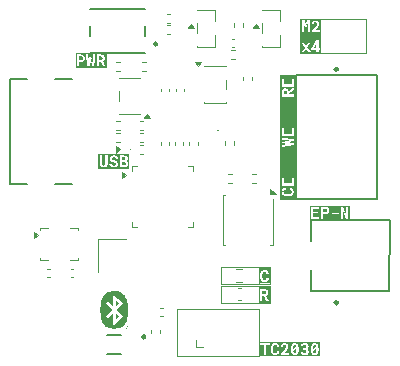
<source format=gto>
%TF.GenerationSoftware,KiCad,Pcbnew,9.0.5*%
%TF.CreationDate,2026-01-28T11:34:24-05:00*%
%TF.ProjectId,lmp91000-pcb,6c6d7039-3130-4303-902d-7063622e6b69,rev?*%
%TF.SameCoordinates,Original*%
%TF.FileFunction,Legend,Top*%
%TF.FilePolarity,Positive*%
%FSLAX46Y46*%
G04 Gerber Fmt 4.6, Leading zero omitted, Abs format (unit mm)*
G04 Created by KiCad (PCBNEW 9.0.5) date 2026-01-28 11:34:24*
%MOMM*%
%LPD*%
G01*
G04 APERTURE LIST*
%ADD10C,0.100000*%
%ADD11C,0.200000*%
%ADD12C,0.150000*%
%ADD13C,0.120000*%
%ADD14C,0.127000*%
%ADD15C,0.250000*%
%ADD16C,0.152400*%
%ADD17C,0.000000*%
%ADD18C,0.250001*%
G04 APERTURE END LIST*
D10*
X45500000Y-58000000D02*
X52500000Y-58000000D01*
X52500000Y-62000000D01*
X45500000Y-62000000D01*
X45500000Y-58000000D01*
X55950000Y-33500000D02*
X61500000Y-33500000D01*
X61500000Y-36400000D01*
X55950000Y-36400000D01*
X55950000Y-33500000D01*
X52450000Y-56150000D02*
X52450000Y-57500000D01*
X52450000Y-56200000D02*
X53400000Y-56200000D01*
X52450000Y-54500000D02*
X52450000Y-55900000D01*
D11*
X54300000Y-48650000D02*
X55500000Y-48650000D01*
D10*
X40648567Y-44501433D02*
X40348567Y-44801433D01*
X40348567Y-44201433D01*
X40648567Y-44501433D01*
G36*
X40648567Y-44501433D02*
G01*
X40348567Y-44801433D01*
X40348567Y-44201433D01*
X40648567Y-44501433D01*
G37*
D11*
X54300000Y-38350000D02*
X55500000Y-38350000D01*
D10*
X52500000Y-57450000D02*
X53350000Y-57450000D01*
X54250000Y-38250000D02*
X55550000Y-38250000D01*
X55550000Y-48750000D01*
X54250000Y-48750000D01*
X54250000Y-38250000D01*
X52450000Y-54600000D02*
X53350000Y-54600000D01*
X49200000Y-54500000D02*
X53400000Y-54500000D01*
X53400000Y-55900000D01*
X49200000Y-55900000D01*
X49200000Y-54500000D01*
X49200000Y-56100000D02*
X53400000Y-56100000D01*
X53400000Y-57500000D01*
X49200000Y-57500000D01*
X49200000Y-56100000D01*
D12*
G36*
X55630315Y-61421683D02*
G01*
X55630315Y-61454778D01*
X55630315Y-61570244D01*
X55628013Y-61623714D01*
X55621767Y-61666231D01*
X55610600Y-61704426D01*
X55596121Y-61732848D01*
X55577505Y-61754420D01*
X55555150Y-61769363D01*
X55529238Y-61778219D01*
X55498485Y-61781331D01*
X55465286Y-61777743D01*
X55438340Y-61767653D01*
X55415602Y-61750714D01*
X55396697Y-61726010D01*
X55384352Y-61700862D01*
X55374471Y-61667941D01*
X55368370Y-61631749D01*
X55365251Y-61588012D01*
X55630315Y-61391275D01*
X55630315Y-61421683D01*
G37*
G36*
X55524812Y-61067114D02*
G01*
X55548677Y-61073942D01*
X55569765Y-61085644D01*
X55587267Y-61102336D01*
X55604747Y-61129125D01*
X55618347Y-61166205D01*
X55626376Y-61208226D01*
X55630315Y-61262131D01*
X55365251Y-61459602D01*
X55365251Y-61427484D01*
X55365251Y-61383764D01*
X55365251Y-61273794D01*
X55367559Y-61220313D01*
X55373799Y-61178112D01*
X55385146Y-61140352D01*
X55400116Y-61112533D01*
X55418621Y-61091484D01*
X55440722Y-61076690D01*
X55466325Y-61067845D01*
X55497081Y-61064722D01*
X55524812Y-61067114D01*
G37*
G36*
X57308752Y-61421683D02*
G01*
X57308752Y-61454778D01*
X57308752Y-61570244D01*
X57306450Y-61623714D01*
X57300204Y-61666231D01*
X57289037Y-61704426D01*
X57274558Y-61732848D01*
X57255942Y-61754420D01*
X57233586Y-61769363D01*
X57207675Y-61778219D01*
X57176922Y-61781331D01*
X57143723Y-61777743D01*
X57116777Y-61767653D01*
X57094038Y-61750714D01*
X57075134Y-61726010D01*
X57062789Y-61700862D01*
X57052908Y-61667941D01*
X57046807Y-61631749D01*
X57043688Y-61588012D01*
X57308752Y-61391275D01*
X57308752Y-61421683D01*
G37*
G36*
X57203249Y-61067114D02*
G01*
X57227114Y-61073942D01*
X57248202Y-61085644D01*
X57265704Y-61102336D01*
X57283184Y-61129125D01*
X57296784Y-61166205D01*
X57304813Y-61208226D01*
X57308752Y-61262131D01*
X57043688Y-61459602D01*
X57043688Y-61427484D01*
X57043688Y-61383764D01*
X57043688Y-61273794D01*
X57045995Y-61220313D01*
X57052236Y-61178112D01*
X57063582Y-61140352D01*
X57078553Y-61112533D01*
X57097058Y-61091484D01*
X57119159Y-61076690D01*
X57144762Y-61067845D01*
X57175518Y-61064722D01*
X57203249Y-61067114D01*
G37*
G36*
X57611105Y-62045460D02*
G01*
X52467329Y-62045460D01*
X52467329Y-61081819D01*
X52578440Y-61081819D01*
X52881057Y-61081819D01*
X52881057Y-61920000D01*
X53073703Y-61920000D01*
X53073703Y-61356409D01*
X53453196Y-61356409D01*
X53453196Y-61490315D01*
X53455900Y-61553569D01*
X53463759Y-61611948D01*
X53476902Y-61667692D01*
X53494167Y-61717095D01*
X53517124Y-61763121D01*
X53544359Y-61804534D01*
X53576410Y-61841438D01*
X53612381Y-61872189D01*
X53656323Y-61898559D01*
X53706292Y-61918290D01*
X53760041Y-61930217D01*
X53820048Y-61934349D01*
X53895653Y-61928434D01*
X53962076Y-61911451D01*
X54022421Y-61883373D01*
X54072779Y-61846238D01*
X54114316Y-61799749D01*
X54146906Y-61743778D01*
X54168582Y-61680956D01*
X54179330Y-61608468D01*
X53987355Y-61608468D01*
X53981985Y-61651712D01*
X53972334Y-61685710D01*
X53957515Y-61715377D01*
X53938872Y-61738283D01*
X53915681Y-61755943D01*
X53887643Y-61768386D01*
X53856471Y-61775423D01*
X53820048Y-61777911D01*
X53769124Y-61771439D01*
X53747245Y-61763088D01*
X53727786Y-61751289D01*
X53697377Y-61720514D01*
X53674541Y-61678199D01*
X53662958Y-61641594D01*
X53654330Y-61596561D01*
X53649574Y-61548183D01*
X53647857Y-61490315D01*
X53647857Y-61355066D01*
X53651948Y-61273428D01*
X53664954Y-61204063D01*
X53678820Y-61165583D01*
X53696034Y-61133415D01*
X53717960Y-61106198D01*
X53743539Y-61086582D01*
X53779382Y-61072294D01*
X53821392Y-61067470D01*
X53862023Y-61070494D01*
X53894115Y-61078766D01*
X53922295Y-61092817D01*
X53945040Y-61111861D01*
X53962217Y-61136586D01*
X53975387Y-61167915D01*
X53983833Y-61202906D01*
X53988759Y-61245767D01*
X54180001Y-61245767D01*
X54178482Y-61236181D01*
X54286247Y-61236181D01*
X54476817Y-61236181D01*
X54479514Y-61197201D01*
X54487076Y-61164495D01*
X54499974Y-61135189D01*
X54517178Y-61111861D01*
X54538474Y-61094066D01*
X54565294Y-61080842D01*
X54595746Y-61073018D01*
X54632583Y-61070218D01*
X54661065Y-61072685D01*
X54686195Y-61079804D01*
X54708950Y-61091456D01*
X54728204Y-61107098D01*
X54743254Y-61127159D01*
X54754827Y-61151489D01*
X54761900Y-61178605D01*
X54764413Y-61210901D01*
X54757208Y-61257430D01*
X54734371Y-61308599D01*
X54691995Y-61370087D01*
X54628492Y-61444520D01*
X54306763Y-61790184D01*
X54306763Y-61920000D01*
X54985087Y-61920000D01*
X54985087Y-61767653D01*
X54548564Y-61767653D01*
X54735776Y-61569572D01*
X54823886Y-61474256D01*
X54861405Y-61428421D01*
X54892152Y-61385108D01*
X54917270Y-61340632D01*
X54932591Y-61303836D01*
X55173948Y-61303836D01*
X55173948Y-61541545D01*
X55176974Y-61588012D01*
X55180009Y-61634631D01*
X55196845Y-61711355D01*
X55225306Y-61779986D01*
X55262119Y-61833904D01*
X55308353Y-61877624D01*
X55363846Y-61909070D01*
X55426475Y-61927820D01*
X55498485Y-61934349D01*
X55571021Y-61927805D01*
X55633674Y-61909070D01*
X55689229Y-61877623D01*
X55735523Y-61833904D01*
X55771599Y-61780022D01*
X55799331Y-61711355D01*
X55812508Y-61649501D01*
X55982452Y-61649501D01*
X55985810Y-61697092D01*
X55995402Y-61738683D01*
X56010785Y-61775225D01*
X56044000Y-61824017D01*
X56086317Y-61863274D01*
X56136316Y-61894085D01*
X56193845Y-61916275D01*
X56255040Y-61929318D01*
X56317859Y-61933677D01*
X56389987Y-61928688D01*
X56455490Y-61914199D01*
X56515763Y-61889811D01*
X56565826Y-61857168D01*
X56607224Y-61815981D01*
X56638916Y-61765638D01*
X56658700Y-61708273D01*
X56665600Y-61641257D01*
X56663161Y-61602368D01*
X56656013Y-61566153D01*
X56643837Y-61531898D01*
X56626643Y-61500573D01*
X56604390Y-61472989D01*
X56576390Y-61448000D01*
X56543868Y-61427151D01*
X56504338Y-61409715D01*
X56538159Y-61390777D01*
X56567170Y-61369049D01*
X56592505Y-61344145D01*
X56612965Y-61317513D01*
X56620662Y-61303836D01*
X56852384Y-61303836D01*
X56852384Y-61541545D01*
X56855410Y-61588012D01*
X56858445Y-61634631D01*
X56875282Y-61711355D01*
X56903743Y-61779986D01*
X56940556Y-61833904D01*
X56986790Y-61877624D01*
X57042283Y-61909070D01*
X57104911Y-61927820D01*
X57176922Y-61934349D01*
X57249458Y-61927805D01*
X57312110Y-61909070D01*
X57367666Y-61877623D01*
X57413960Y-61833904D01*
X57450036Y-61780022D01*
X57477768Y-61711355D01*
X57494106Y-61634665D01*
X57499994Y-61541545D01*
X57499994Y-61303836D01*
X57494026Y-61210739D01*
X57477463Y-61134087D01*
X57449466Y-61065239D01*
X57413227Y-61010744D01*
X57366491Y-60967586D01*
X57310767Y-60936311D01*
X57248107Y-60917578D01*
X57175518Y-60911032D01*
X57103610Y-60917568D01*
X57041306Y-60936311D01*
X56986004Y-60967590D01*
X56939823Y-61010744D01*
X56903093Y-61065286D01*
X56874916Y-61134087D01*
X56858352Y-61210739D01*
X56854310Y-61273794D01*
X56852384Y-61303836D01*
X56620662Y-61303836D01*
X56629230Y-61288611D01*
X56640931Y-61258407D01*
X56648128Y-61227020D01*
X56650518Y-61195209D01*
X56644182Y-61128344D01*
X56626277Y-61072599D01*
X56597061Y-61023704D01*
X56558316Y-60983450D01*
X56510991Y-60952707D01*
X56453108Y-60929839D01*
X56389736Y-60916398D01*
X56317859Y-60911704D01*
X56251124Y-60916777D01*
X56190425Y-60931549D01*
X56134581Y-60955611D01*
X56087660Y-60986870D01*
X56048554Y-61026589D01*
X56018967Y-61072965D01*
X56000417Y-61124942D01*
X55994054Y-61183607D01*
X56183953Y-61183607D01*
X56186762Y-61157284D01*
X56194883Y-61134392D01*
X56207848Y-61114106D01*
X56224986Y-61096840D01*
X56244785Y-61083668D01*
X56268339Y-61073637D01*
X56293905Y-61067500D01*
X56321950Y-61065394D01*
X56355524Y-61067928D01*
X56383072Y-61074980D01*
X56407485Y-61086676D01*
X56426486Y-61101603D01*
X56441363Y-61120895D01*
X56452070Y-61143674D01*
X56458411Y-61168754D01*
X56460619Y-61197285D01*
X56458426Y-61226588D01*
X56452070Y-61252972D01*
X56441290Y-61276840D01*
X56426486Y-61296325D01*
X56405653Y-61314206D01*
X56378309Y-61328077D01*
X56346959Y-61336359D01*
X56307601Y-61339373D01*
X56204469Y-61339373D01*
X56204469Y-61486896D01*
X56307601Y-61486896D01*
X56345420Y-61489232D01*
X56377637Y-61495811D01*
X56406923Y-61507236D01*
X56431249Y-61523105D01*
X56450381Y-61543880D01*
X56464710Y-61570244D01*
X56473256Y-61600677D01*
X56476372Y-61639242D01*
X56473794Y-61670340D01*
X56466420Y-61697311D01*
X56454112Y-61721383D01*
X56437416Y-61741031D01*
X56415506Y-61758239D01*
X56388201Y-61771072D01*
X56357660Y-61778655D01*
X56321950Y-61781331D01*
X56290075Y-61778784D01*
X56261805Y-61771439D01*
X56236130Y-61759395D01*
X56214727Y-61743778D01*
X56196599Y-61724884D01*
X56183281Y-61702440D01*
X56175135Y-61677332D01*
X56172351Y-61649501D01*
X55982452Y-61649501D01*
X55812508Y-61649501D01*
X55815669Y-61634665D01*
X55821557Y-61541545D01*
X55821557Y-61303836D01*
X55815589Y-61210739D01*
X55799026Y-61134087D01*
X55771029Y-61065239D01*
X55734790Y-61010744D01*
X55688054Y-60967586D01*
X55632330Y-60936311D01*
X55569670Y-60917578D01*
X55497081Y-60911032D01*
X55425174Y-60917568D01*
X55362869Y-60936311D01*
X55307567Y-60967590D01*
X55261386Y-61010744D01*
X55224656Y-61065286D01*
X55196479Y-61134087D01*
X55179915Y-61210739D01*
X55175874Y-61273794D01*
X55173948Y-61303836D01*
X54932591Y-61303836D01*
X54935566Y-61296692D01*
X54947071Y-61251042D01*
X54950954Y-61202719D01*
X54945668Y-61139738D01*
X54930437Y-61084200D01*
X54905143Y-61034138D01*
X54871025Y-60992304D01*
X54827428Y-60958785D01*
X54772962Y-60932892D01*
X54711920Y-60917273D01*
X54638750Y-60911704D01*
X54561900Y-60918310D01*
X54494220Y-60937349D01*
X54433235Y-60968041D01*
X54383272Y-61007325D01*
X54342101Y-61055443D01*
X54311526Y-61110884D01*
X54292614Y-61171495D01*
X54286247Y-61236181D01*
X54178482Y-61236181D01*
X54168078Y-61170539D01*
X54147212Y-61105755D01*
X54116138Y-61047833D01*
X54076198Y-61000547D01*
X54026960Y-60962809D01*
X53967205Y-60934296D01*
X53900534Y-60917126D01*
X53821392Y-60911032D01*
X53767238Y-60914628D01*
X53717894Y-60925076D01*
X53671443Y-60942161D01*
X53629417Y-60965010D01*
X53586943Y-60998965D01*
X53548817Y-61040176D01*
X53516928Y-61087232D01*
X53491420Y-61141231D01*
X53474855Y-61189084D01*
X53462721Y-61242042D01*
X53455628Y-61297162D01*
X53453196Y-61356409D01*
X53073703Y-61356409D01*
X53073703Y-61081819D01*
X53380411Y-61081819D01*
X53380411Y-60925382D01*
X52578440Y-60925382D01*
X52578440Y-61081819D01*
X52467329Y-61081819D01*
X52467329Y-60799921D01*
X57611105Y-60799921D01*
X57611105Y-62045460D01*
G37*
G36*
X58092043Y-49544588D02*
G01*
X58123814Y-49554153D01*
X58151693Y-49569649D01*
X58174372Y-49589630D01*
X58191583Y-49613877D01*
X58204048Y-49642264D01*
X58211454Y-49673119D01*
X58214001Y-49707110D01*
X58211498Y-49736685D01*
X58204048Y-49764874D01*
X58191659Y-49790956D01*
X58174372Y-49813722D01*
X58151778Y-49832450D01*
X58123814Y-49847184D01*
X58092087Y-49856202D01*
X58052739Y-49859457D01*
X57904545Y-49859457D01*
X57904545Y-49541147D01*
X58052739Y-49541147D01*
X58092043Y-49544588D01*
G37*
G36*
X60145637Y-50491111D02*
G01*
X56760897Y-50491111D01*
X56760897Y-50380000D01*
X56872008Y-50380000D01*
X57542150Y-50380000D01*
X57542150Y-50224905D01*
X57064594Y-50224905D01*
X57064594Y-49944148D01*
X57473151Y-49944148D01*
X57473151Y-49859457D01*
X57712570Y-49859457D01*
X57712570Y-50380000D01*
X57904545Y-50380000D01*
X59373238Y-50380000D01*
X59566557Y-50380000D01*
X59566557Y-49738557D01*
X59843223Y-50380000D01*
X60034526Y-50380000D01*
X60034526Y-49385382D01*
X59841879Y-49385382D01*
X59841208Y-50024077D01*
X59566557Y-49385382D01*
X59373238Y-49385382D01*
X59373238Y-50380000D01*
X57904545Y-50380000D01*
X57904545Y-50017971D01*
X58642647Y-50017971D01*
X59211672Y-50017971D01*
X59211672Y-49864220D01*
X58642647Y-49864220D01*
X58642647Y-50017971D01*
X57904545Y-50017971D01*
X57904545Y-50015223D01*
X58052739Y-50015223D01*
X58131567Y-50009193D01*
X58199651Y-49992020D01*
X58261192Y-49963722D01*
X58311637Y-49927112D01*
X58352183Y-49882211D01*
X58382345Y-49829415D01*
X58400958Y-49770720D01*
X58407319Y-49705767D01*
X58400894Y-49636333D01*
X58382345Y-49575280D01*
X58352115Y-49520494D01*
X58311637Y-49474164D01*
X58261202Y-49437486D01*
X58199651Y-49408951D01*
X58131549Y-49391503D01*
X58052739Y-49385382D01*
X57712570Y-49385382D01*
X57712570Y-49859457D01*
X57473151Y-49859457D01*
X57473151Y-49792534D01*
X57064594Y-49792534D01*
X57064594Y-49541819D01*
X57540074Y-49541819D01*
X57540074Y-49385382D01*
X56872008Y-49385382D01*
X56872008Y-50380000D01*
X56760897Y-50380000D01*
X56760897Y-49274271D01*
X60145637Y-49274271D01*
X60145637Y-50491111D01*
G37*
G36*
X37422433Y-36644588D02*
G01*
X37454205Y-36654153D01*
X37482084Y-36669649D01*
X37504763Y-36689630D01*
X37521974Y-36713877D01*
X37534438Y-36742264D01*
X37541845Y-36773119D01*
X37544391Y-36807110D01*
X37541889Y-36836685D01*
X37534438Y-36864874D01*
X37522050Y-36890956D01*
X37504763Y-36913722D01*
X37482168Y-36932450D01*
X37454205Y-36947184D01*
X37422477Y-36956202D01*
X37383130Y-36959457D01*
X37234936Y-36959457D01*
X37234936Y-36641147D01*
X37383130Y-36641147D01*
X37422433Y-36644588D01*
G37*
G36*
X39080792Y-36643674D02*
G01*
X39112797Y-36650734D01*
X39141668Y-36662580D01*
X39164759Y-36678028D01*
X39185541Y-36700306D01*
X39200602Y-36728220D01*
X39209431Y-36760083D01*
X39212570Y-36798257D01*
X39210177Y-36830066D01*
X39203350Y-36857669D01*
X39191869Y-36882638D01*
X39176361Y-36903464D01*
X39152433Y-36924250D01*
X39121345Y-36939979D01*
X39085900Y-36949290D01*
X39043126Y-36952618D01*
X38901038Y-36952618D01*
X38901038Y-36641147D01*
X39042455Y-36641147D01*
X39080792Y-36643674D01*
G37*
G36*
X39550460Y-37591111D02*
G01*
X36931850Y-37591111D01*
X36931850Y-36959457D01*
X37042961Y-36959457D01*
X37042961Y-37480000D01*
X37234936Y-37480000D01*
X37234936Y-37115223D01*
X37383130Y-37115223D01*
X37461958Y-37109193D01*
X37530042Y-37092020D01*
X37591583Y-37063722D01*
X37642027Y-37027112D01*
X37682574Y-36982211D01*
X37712736Y-36929415D01*
X37731348Y-36870720D01*
X37737709Y-36805767D01*
X37731285Y-36736333D01*
X37712736Y-36675280D01*
X37682506Y-36620494D01*
X37642027Y-36574164D01*
X37591593Y-36537486D01*
X37530042Y-36508951D01*
X37461940Y-36491503D01*
X37383130Y-36485382D01*
X37798160Y-36485382D01*
X37934752Y-37480000D01*
X38108287Y-37480000D01*
X38191635Y-36943093D01*
X38199145Y-36892534D01*
X38206656Y-36943093D01*
X38293423Y-37480000D01*
X38466897Y-37480000D01*
X38540068Y-36952618D01*
X38709124Y-36952618D01*
X38709124Y-37480000D01*
X38901038Y-37480000D01*
X38901038Y-37108384D01*
X39046546Y-37108384D01*
X39233758Y-37480000D01*
X39439349Y-37480000D01*
X39439349Y-37471146D01*
X39225515Y-37060573D01*
X39264912Y-37040217D01*
X39299642Y-37016854D01*
X39330481Y-36989358D01*
X39356673Y-36957442D01*
X39377090Y-36922034D01*
X39392577Y-36881238D01*
X39401910Y-36836998D01*
X39405216Y-36785251D01*
X39398512Y-36714466D01*
X39379571Y-36655497D01*
X39348500Y-36603942D01*
X39306848Y-36561891D01*
X39255221Y-36529344D01*
X39192054Y-36504860D01*
X39122808Y-36490464D01*
X39042455Y-36485382D01*
X38709124Y-36485382D01*
X38709124Y-36952618D01*
X38540068Y-36952618D01*
X38604894Y-36485382D01*
X38428673Y-36485382D01*
X38361017Y-37042805D01*
X38356254Y-37084448D01*
X38350087Y-37043476D01*
X38266801Y-36485382D01*
X38129475Y-36485382D01*
X38050890Y-37039385D01*
X38044784Y-37080357D01*
X38039960Y-37041461D01*
X37973709Y-36485382D01*
X37798160Y-36485382D01*
X37383130Y-36485382D01*
X37042961Y-36485382D01*
X37042961Y-36959457D01*
X36931850Y-36959457D01*
X36931850Y-36374271D01*
X39550460Y-36374271D01*
X39550460Y-37591111D01*
G37*
G36*
X54730066Y-39552558D02*
G01*
X54757669Y-39559385D01*
X54782638Y-39570866D01*
X54803464Y-39586374D01*
X54824250Y-39610302D01*
X54839979Y-39641389D01*
X54849290Y-39676835D01*
X54852618Y-39719608D01*
X54852618Y-39861696D01*
X54541147Y-39861696D01*
X54541147Y-39720280D01*
X54543674Y-39681943D01*
X54550734Y-39649938D01*
X54562580Y-39621067D01*
X54578028Y-39597975D01*
X54600306Y-39577193D01*
X54628220Y-39562133D01*
X54660083Y-39553304D01*
X54698257Y-39550165D01*
X54730066Y-39552558D01*
G37*
G36*
X55505460Y-48592443D02*
G01*
X54259921Y-48592443D01*
X54259921Y-48113136D01*
X54371032Y-48113136D01*
X54374628Y-48167289D01*
X54385076Y-48216634D01*
X54402161Y-48263084D01*
X54425010Y-48305111D01*
X54458965Y-48347585D01*
X54500176Y-48385711D01*
X54547232Y-48417599D01*
X54601231Y-48443108D01*
X54649084Y-48459672D01*
X54702042Y-48471806D01*
X54757162Y-48478899D01*
X54816409Y-48481332D01*
X54950315Y-48481332D01*
X55013569Y-48478627D01*
X55071948Y-48470768D01*
X55127692Y-48457625D01*
X55177095Y-48440360D01*
X55223121Y-48417404D01*
X55264534Y-48390168D01*
X55301438Y-48358117D01*
X55332189Y-48322147D01*
X55358559Y-48278205D01*
X55378290Y-48228235D01*
X55390217Y-48174486D01*
X55394349Y-48114479D01*
X55388434Y-48038874D01*
X55371451Y-47972452D01*
X55343373Y-47912106D01*
X55306238Y-47861749D01*
X55259749Y-47820211D01*
X55203778Y-47787621D01*
X55140956Y-47765945D01*
X55068468Y-47755198D01*
X55068468Y-47947173D01*
X55111712Y-47952542D01*
X55145710Y-47962194D01*
X55175377Y-47977012D01*
X55198283Y-47995655D01*
X55215943Y-48018846D01*
X55228386Y-48046885D01*
X55235423Y-48078057D01*
X55237911Y-48114479D01*
X55231439Y-48165404D01*
X55223088Y-48187282D01*
X55211289Y-48206742D01*
X55180514Y-48237150D01*
X55138199Y-48259987D01*
X55101594Y-48271570D01*
X55056561Y-48280198D01*
X55008183Y-48284953D01*
X54950315Y-48286670D01*
X54815066Y-48286670D01*
X54733428Y-48282579D01*
X54664063Y-48269573D01*
X54625583Y-48255708D01*
X54593415Y-48238493D01*
X54566198Y-48216567D01*
X54546582Y-48190988D01*
X54532294Y-48155146D01*
X54527470Y-48113136D01*
X54530494Y-48072504D01*
X54538766Y-48040412D01*
X54552817Y-48012233D01*
X54571861Y-47989488D01*
X54596586Y-47972311D01*
X54627915Y-47959141D01*
X54662906Y-47950694D01*
X54705767Y-47945768D01*
X54705767Y-47754526D01*
X54630539Y-47766449D01*
X54565755Y-47787316D01*
X54507833Y-47818389D01*
X54460547Y-47858329D01*
X54422809Y-47907567D01*
X54394296Y-47967323D01*
X54377126Y-48033993D01*
X54371032Y-48113136D01*
X54259921Y-48113136D01*
X54259921Y-46927581D01*
X54385382Y-46927581D01*
X54385382Y-47595646D01*
X55380000Y-47595646D01*
X55380000Y-46925505D01*
X55224905Y-46925505D01*
X55224905Y-47403061D01*
X54944148Y-47403061D01*
X54944148Y-46994503D01*
X54792534Y-46994503D01*
X54792534Y-47403061D01*
X54541819Y-47403061D01*
X54541819Y-46927581D01*
X54385382Y-46927581D01*
X54259921Y-46927581D01*
X54259921Y-43690936D01*
X54385382Y-43690936D01*
X54942805Y-43758591D01*
X54984448Y-43763354D01*
X54943476Y-43769521D01*
X54385382Y-43852808D01*
X54385382Y-43990133D01*
X54939385Y-44068718D01*
X54980357Y-44074825D01*
X54941461Y-44079648D01*
X54385382Y-44145899D01*
X54385382Y-44321449D01*
X55380000Y-44184856D01*
X55380000Y-44011321D01*
X54843093Y-43927973D01*
X54792534Y-43920463D01*
X54843093Y-43912953D01*
X55380000Y-43826185D01*
X55380000Y-43652712D01*
X54385382Y-43514715D01*
X54385382Y-43690936D01*
X54259921Y-43690936D01*
X54259921Y-42731489D01*
X54385382Y-42731489D01*
X54385382Y-43399554D01*
X55380000Y-43399554D01*
X55380000Y-42729413D01*
X55224905Y-42729413D01*
X55224905Y-43206969D01*
X54944148Y-43206969D01*
X54944148Y-42798411D01*
X54792534Y-42798411D01*
X54792534Y-43206969D01*
X54541819Y-43206969D01*
X54541819Y-42731489D01*
X54385382Y-42731489D01*
X54259921Y-42731489D01*
X54259921Y-39720280D01*
X54385382Y-39720280D01*
X54385382Y-40053610D01*
X55380000Y-40053610D01*
X55380000Y-39861696D01*
X55008384Y-39861696D01*
X55008384Y-39716189D01*
X55380000Y-39528977D01*
X55380000Y-39323385D01*
X55371146Y-39323385D01*
X54960573Y-39537220D01*
X54940217Y-39497822D01*
X54916854Y-39463092D01*
X54889358Y-39432253D01*
X54857442Y-39406061D01*
X54822034Y-39385644D01*
X54781238Y-39370158D01*
X54736998Y-39360824D01*
X54685251Y-39357518D01*
X54614466Y-39364223D01*
X54555497Y-39383164D01*
X54503942Y-39414235D01*
X54461891Y-39455887D01*
X54429344Y-39507514D01*
X54404860Y-39570681D01*
X54390464Y-39639926D01*
X54385382Y-39720280D01*
X54259921Y-39720280D01*
X54259921Y-38535397D01*
X54385382Y-38535397D01*
X54385382Y-39203462D01*
X55380000Y-39203462D01*
X55380000Y-38533321D01*
X55224905Y-38533321D01*
X55224905Y-39010876D01*
X54944148Y-39010876D01*
X54944148Y-38602319D01*
X54792534Y-38602319D01*
X54792534Y-39010876D01*
X54541819Y-39010876D01*
X54541819Y-38535397D01*
X54385382Y-38535397D01*
X54259921Y-38535397D01*
X54259921Y-38422210D01*
X55505460Y-38422210D01*
X55505460Y-48592443D01*
G37*
G36*
X57311130Y-35910460D02*
G01*
X57076779Y-35910460D01*
X57292690Y-35573649D01*
X57311130Y-35540860D01*
X57311130Y-35910460D01*
G37*
G36*
X57727545Y-36391111D02*
G01*
X55960487Y-36391111D01*
X55960487Y-36280000D01*
X56071598Y-36280000D01*
X56277189Y-36280000D01*
X56445900Y-36038199D01*
X56616015Y-36280000D01*
X56820935Y-36280000D01*
X56592530Y-35945265D01*
X56890300Y-35945265D01*
X56897810Y-36064150D01*
X57311130Y-36064150D01*
X57311130Y-36280000D01*
X57501029Y-36280000D01*
X57501029Y-36064150D01*
X57616434Y-36064150D01*
X57616434Y-35910460D01*
X57501029Y-35910460D01*
X57501029Y-35285382D01*
X57308383Y-35285382D01*
X56912351Y-35910460D01*
X56890300Y-35945265D01*
X56592530Y-35945265D01*
X56564114Y-35903621D01*
X56812081Y-35540860D01*
X56607833Y-35540860D01*
X56445228Y-35771730D01*
X56285372Y-35540860D01*
X56081123Y-35540860D01*
X56328419Y-35903621D01*
X56071598Y-36280000D01*
X55960487Y-36280000D01*
X55960487Y-34600000D01*
X56097549Y-34600000D01*
X56273770Y-34600000D01*
X56273770Y-34305565D01*
X56265588Y-33858845D01*
X56382397Y-34272103D01*
X56477346Y-34272103D01*
X56607833Y-33840343D01*
X56599651Y-34305565D01*
X56599651Y-34600000D01*
X56775872Y-34600000D01*
X56775872Y-33916181D01*
X56897810Y-33916181D01*
X57088381Y-33916181D01*
X57091077Y-33877201D01*
X57098639Y-33844495D01*
X57111538Y-33815189D01*
X57128742Y-33791861D01*
X57150038Y-33774066D01*
X57176858Y-33760842D01*
X57207310Y-33753018D01*
X57244147Y-33750218D01*
X57272629Y-33752685D01*
X57297758Y-33759804D01*
X57320513Y-33771456D01*
X57339768Y-33787098D01*
X57354817Y-33807159D01*
X57366390Y-33831489D01*
X57373464Y-33858605D01*
X57375977Y-33890901D01*
X57368772Y-33937430D01*
X57345935Y-33988599D01*
X57303559Y-34050087D01*
X57240056Y-34124520D01*
X56918327Y-34470184D01*
X56918327Y-34600000D01*
X57596650Y-34600000D01*
X57596650Y-34447653D01*
X57160127Y-34447653D01*
X57347339Y-34249572D01*
X57435450Y-34154256D01*
X57472968Y-34108421D01*
X57503716Y-34065108D01*
X57528834Y-34020632D01*
X57547130Y-33976692D01*
X57558634Y-33931042D01*
X57562517Y-33882719D01*
X57557232Y-33819738D01*
X57542001Y-33764200D01*
X57516707Y-33714138D01*
X57482589Y-33672304D01*
X57438992Y-33638785D01*
X57384525Y-33612892D01*
X57323483Y-33597273D01*
X57250314Y-33591704D01*
X57173463Y-33598310D01*
X57105783Y-33617349D01*
X57044798Y-33648041D01*
X56994836Y-33687325D01*
X56953664Y-33735443D01*
X56923090Y-33790884D01*
X56904178Y-33851495D01*
X56897810Y-33916181D01*
X56775872Y-33916181D01*
X56775872Y-33605382D01*
X56537491Y-33605382D01*
X56430208Y-33979073D01*
X56335930Y-33605382D01*
X56097549Y-33605382D01*
X56097549Y-34600000D01*
X55960487Y-34600000D01*
X55960487Y-33480593D01*
X57727545Y-33480593D01*
X57727545Y-36391111D01*
G37*
G36*
X41068071Y-45594716D02*
G01*
X41099006Y-45602391D01*
X41126107Y-45615119D01*
X41146816Y-45631762D01*
X41162702Y-45652061D01*
X41173805Y-45676824D01*
X41180117Y-45704482D01*
X41182354Y-45736969D01*
X41179443Y-45767954D01*
X41171057Y-45795038D01*
X41157189Y-45819081D01*
X41137962Y-45839429D01*
X41116303Y-45853776D01*
X41088442Y-45865380D01*
X41057538Y-45872411D01*
X41021153Y-45874905D01*
X40850366Y-45874905D01*
X40850366Y-45591461D01*
X41029335Y-45591461D01*
X41068071Y-45594716D01*
G37*
G36*
X41037312Y-45194898D02*
G01*
X41073421Y-45202077D01*
X41105083Y-45214898D01*
X41128376Y-45232791D01*
X41142009Y-45249488D01*
X41151945Y-45270404D01*
X41157735Y-45294039D01*
X41159822Y-45322978D01*
X41157421Y-45350660D01*
X41150602Y-45374207D01*
X41139336Y-45395141D01*
X41124285Y-45412431D01*
X41101256Y-45429403D01*
X41070307Y-45442168D01*
X41035409Y-45449613D01*
X40993126Y-45452793D01*
X40850366Y-45452793D01*
X40850366Y-45191819D01*
X40992455Y-45191819D01*
X41037312Y-45194898D01*
G37*
G36*
X41485439Y-46154788D02*
G01*
X38866157Y-46154788D01*
X38866157Y-45694593D01*
X38977268Y-45694593D01*
X38983436Y-45775136D01*
X39000838Y-45843215D01*
X39029735Y-45904000D01*
X39067394Y-45952819D01*
X39114499Y-45991737D01*
X39170892Y-46020474D01*
X39233763Y-46037659D01*
X39306507Y-46043677D01*
X39383699Y-46037608D01*
X39448901Y-46020474D01*
X39507119Y-45991506D01*
X39555147Y-45952147D01*
X39592728Y-45903306D01*
X39621092Y-45842848D01*
X39637985Y-45775124D01*
X39642005Y-45721215D01*
X39791207Y-45721215D01*
X39794718Y-45771966D01*
X39804762Y-45816503D01*
X39820883Y-45855793D01*
X39855855Y-45909265D01*
X39901849Y-45955566D01*
X39959760Y-45992974D01*
X40028550Y-46020779D01*
X40101943Y-46037478D01*
X40175768Y-46043005D01*
X40249811Y-46038341D01*
X40315780Y-46024931D01*
X40376476Y-46002007D01*
X40426483Y-45971259D01*
X40467963Y-45932317D01*
X40499206Y-45885530D01*
X40518722Y-45831914D01*
X40525524Y-45769026D01*
X40521483Y-45719486D01*
X40509780Y-45675183D01*
X40490658Y-45635181D01*
X40450317Y-45581187D01*
X40397113Y-45533393D01*
X40356658Y-45508476D01*
X40311689Y-45486254D01*
X40217987Y-45452793D01*
X40657720Y-45452793D01*
X40657720Y-45874905D01*
X40657720Y-46030000D01*
X41020482Y-46030000D01*
X41100071Y-46025169D01*
X41168004Y-46011559D01*
X41229654Y-45988001D01*
X41279379Y-45956238D01*
X41319746Y-45915027D01*
X41349721Y-45864708D01*
X41367896Y-45807208D01*
X41374328Y-45738312D01*
X41371824Y-45701238D01*
X41364376Y-45665589D01*
X41351830Y-45631628D01*
X41334028Y-45600315D01*
X41312012Y-45574148D01*
X41285119Y-45551161D01*
X41252872Y-45532660D01*
X41206961Y-45516296D01*
X41206961Y-45515624D01*
X41253062Y-45492421D01*
X41290309Y-45462318D01*
X41316667Y-45429834D01*
X41335738Y-45392342D01*
X41347397Y-45351340D01*
X41351797Y-45307285D01*
X41345064Y-45240685D01*
X41326152Y-45186324D01*
X41295221Y-45139585D01*
X41253428Y-45101632D01*
X41202637Y-45072981D01*
X41139672Y-45051807D01*
X41070990Y-45039668D01*
X40991783Y-45035382D01*
X40657720Y-45035382D01*
X40657720Y-45452793D01*
X40217987Y-45452793D01*
X40214053Y-45451388D01*
X40128324Y-45423422D01*
X40092253Y-45406992D01*
X40063782Y-45389900D01*
X40039791Y-45370459D01*
X40023116Y-45349600D01*
X40012677Y-45325868D01*
X40009133Y-45299042D01*
X40011809Y-45273187D01*
X40019697Y-45249521D01*
X40032642Y-45228226D01*
X40050776Y-45209588D01*
X40073058Y-45195233D01*
X40100968Y-45183942D01*
X40131936Y-45177150D01*
X40168929Y-45174722D01*
X40209057Y-45177717D01*
X40241713Y-45186018D01*
X40270739Y-45199656D01*
X40293981Y-45217098D01*
X40311898Y-45239344D01*
X40325000Y-45265580D01*
X40333237Y-45294546D01*
X40337029Y-45327069D01*
X40524180Y-45327069D01*
X40517563Y-45262269D01*
X40498229Y-45204153D01*
X40467162Y-45151887D01*
X40425811Y-45107128D01*
X40375545Y-45071678D01*
X40314803Y-45044296D01*
X40248069Y-45027536D01*
X40172348Y-45021704D01*
X40098996Y-45026709D01*
X40033008Y-45041182D01*
X39972222Y-45065265D01*
X39921694Y-45096870D01*
X39879540Y-45136986D01*
X39847872Y-45184309D01*
X39828044Y-45237845D01*
X39821249Y-45298370D01*
X39826381Y-45351443D01*
X39841399Y-45399487D01*
X39866114Y-45443461D01*
X39901178Y-45484178D01*
X39944913Y-45519811D01*
X40003271Y-45554581D01*
X40068956Y-45583547D01*
X40148474Y-45609169D01*
X40199300Y-45624808D01*
X40237561Y-45640310D01*
X40271184Y-45658472D01*
X40295996Y-45676824D01*
X40315051Y-45698515D01*
X40327076Y-45720544D01*
X40333954Y-45744415D01*
X40336296Y-45770430D01*
X40333515Y-45796170D01*
X40325366Y-45819279D01*
X40312139Y-45839740D01*
X40293981Y-45857198D01*
X40271740Y-45870910D01*
X40243728Y-45881805D01*
X40212826Y-45888323D01*
X40175768Y-45890659D01*
X40133783Y-45888172D01*
X40096877Y-45881072D01*
X40063177Y-45868523D01*
X40035756Y-45851031D01*
X40012853Y-45827822D01*
X39995455Y-45798457D01*
X39984598Y-45764320D01*
X39979702Y-45721215D01*
X39791207Y-45721215D01*
X39642005Y-45721215D01*
X39643990Y-45694593D01*
X39643257Y-45035382D01*
X39452687Y-45035382D01*
X39452015Y-45694593D01*
X39448950Y-45741520D01*
X39441757Y-45779956D01*
X39429456Y-45814541D01*
X39413058Y-45841444D01*
X39392958Y-45862409D01*
X39368301Y-45877348D01*
X39340041Y-45886151D01*
X39306507Y-45889255D01*
X39275659Y-45886324D01*
X39249782Y-45878019D01*
X39227215Y-45864009D01*
X39208139Y-45844192D01*
X39192409Y-45817252D01*
X39180478Y-45782032D01*
X39173564Y-45742861D01*
X39170586Y-45694593D01*
X39169915Y-45035382D01*
X38977940Y-45035382D01*
X38977268Y-45694593D01*
X38866157Y-45694593D01*
X38866157Y-44910593D01*
X41485439Y-44910593D01*
X41485439Y-46154788D01*
G37*
G36*
X52911182Y-56493674D02*
G01*
X52943187Y-56500734D01*
X52972058Y-56512580D01*
X52995150Y-56528028D01*
X53015932Y-56550306D01*
X53030992Y-56578220D01*
X53039821Y-56610083D01*
X53042960Y-56648257D01*
X53040567Y-56680066D01*
X53033740Y-56707669D01*
X53022259Y-56732638D01*
X53006751Y-56753464D01*
X52982823Y-56774250D01*
X52951735Y-56789979D01*
X52916290Y-56799290D01*
X52873517Y-56802618D01*
X52731428Y-56802618D01*
X52731428Y-56491147D01*
X52872845Y-56491147D01*
X52911182Y-56493674D01*
G37*
G36*
X53380851Y-57441111D02*
G01*
X52428404Y-57441111D01*
X52428404Y-56802618D01*
X52539515Y-56802618D01*
X52539515Y-57330000D01*
X52731428Y-57330000D01*
X52731428Y-56958384D01*
X52876936Y-56958384D01*
X53064148Y-57330000D01*
X53269740Y-57330000D01*
X53269740Y-57321146D01*
X53055905Y-56910573D01*
X53095302Y-56890217D01*
X53130033Y-56866854D01*
X53160872Y-56839358D01*
X53187063Y-56807442D01*
X53207480Y-56772034D01*
X53222967Y-56731238D01*
X53232300Y-56686998D01*
X53235607Y-56635251D01*
X53228902Y-56564466D01*
X53209961Y-56505497D01*
X53178890Y-56453942D01*
X53137238Y-56411891D01*
X53085611Y-56379344D01*
X53022444Y-56354860D01*
X52953199Y-56340464D01*
X52872845Y-56335382D01*
X52539515Y-56335382D01*
X52539515Y-56802618D01*
X52428404Y-56802618D01*
X52428404Y-56224271D01*
X53380851Y-56224271D01*
X53380851Y-57441111D01*
G37*
G36*
X53391894Y-55855460D02*
G01*
X52442866Y-55855460D01*
X52442866Y-55166409D01*
X52553977Y-55166409D01*
X52553977Y-55300315D01*
X52556682Y-55363569D01*
X52564541Y-55421948D01*
X52577684Y-55477692D01*
X52594949Y-55527095D01*
X52617905Y-55573121D01*
X52645141Y-55614534D01*
X52677192Y-55651438D01*
X52713162Y-55682189D01*
X52757104Y-55708559D01*
X52807074Y-55728290D01*
X52860823Y-55740217D01*
X52920830Y-55744349D01*
X52996435Y-55738434D01*
X53062857Y-55721451D01*
X53123203Y-55693373D01*
X53173560Y-55656238D01*
X53215098Y-55609749D01*
X53247688Y-55553778D01*
X53269364Y-55490956D01*
X53280111Y-55418468D01*
X53088136Y-55418468D01*
X53082767Y-55461712D01*
X53073115Y-55495710D01*
X53058297Y-55525377D01*
X53039654Y-55548283D01*
X53016463Y-55565943D01*
X52988424Y-55578386D01*
X52957252Y-55585423D01*
X52920830Y-55587911D01*
X52869905Y-55581439D01*
X52848027Y-55573088D01*
X52828567Y-55561289D01*
X52798159Y-55530514D01*
X52775322Y-55488199D01*
X52763739Y-55451594D01*
X52755111Y-55406561D01*
X52750356Y-55358183D01*
X52748639Y-55300315D01*
X52748639Y-55165066D01*
X52752730Y-55083428D01*
X52765736Y-55014063D01*
X52779601Y-54975583D01*
X52796816Y-54943415D01*
X52818742Y-54916198D01*
X52844321Y-54896582D01*
X52880163Y-54882294D01*
X52922173Y-54877470D01*
X52962805Y-54880494D01*
X52994897Y-54888766D01*
X53023076Y-54902817D01*
X53045821Y-54921861D01*
X53062998Y-54946586D01*
X53076168Y-54977915D01*
X53084615Y-55012906D01*
X53089541Y-55055767D01*
X53280783Y-55055767D01*
X53268860Y-54980539D01*
X53247993Y-54915755D01*
X53216920Y-54857833D01*
X53176980Y-54810547D01*
X53127742Y-54772809D01*
X53067986Y-54744296D01*
X53001316Y-54727126D01*
X52922173Y-54721032D01*
X52868020Y-54724628D01*
X52818675Y-54735076D01*
X52772225Y-54752161D01*
X52730198Y-54775010D01*
X52687724Y-54808965D01*
X52649598Y-54850176D01*
X52617710Y-54897232D01*
X52592201Y-54951231D01*
X52575637Y-54999084D01*
X52563503Y-55052042D01*
X52556410Y-55107162D01*
X52553977Y-55166409D01*
X52442866Y-55166409D01*
X52442866Y-54609921D01*
X53391894Y-54609921D01*
X53391894Y-55855460D01*
G37*
D13*
%TO.C,C13*%
X36727837Y-54640000D02*
X36512165Y-54640000D01*
X36727837Y-55360000D02*
X36512165Y-55360000D01*
D14*
%TO.C,J2*%
X31400000Y-38530000D02*
X31400000Y-47470000D01*
X31400000Y-47470000D02*
X32830000Y-47470000D01*
X32830000Y-38530000D02*
X31400000Y-38530000D01*
X36630000Y-38530000D02*
X35170000Y-38530000D01*
X36630000Y-47470000D02*
X35170000Y-47470000D01*
D13*
%TO.C,R7*%
X42346359Y-44120000D02*
X42653641Y-44120000D01*
X42346359Y-44880000D02*
X42653641Y-44880000D01*
D14*
%TO.C,J4*%
X55550000Y-38250000D02*
X62450000Y-38250000D01*
X55550000Y-48750000D02*
X55550000Y-38250000D01*
X62450000Y-38250000D02*
X62450000Y-48750000D01*
X62450000Y-48750000D02*
X55550000Y-48750000D01*
D15*
X59125000Y-37750000D02*
G75*
G02*
X58875000Y-37750000I-125000J0D01*
G01*
X58875000Y-37750000D02*
G75*
G02*
X59125000Y-37750000I125000J0D01*
G01*
D13*
%TO.C,R3*%
X50370000Y-33846359D02*
X50370000Y-34153641D01*
X51130000Y-33846359D02*
X51130000Y-34153641D01*
%TO.C,R5*%
X40653641Y-42120000D02*
X40346359Y-42120000D01*
X40653641Y-42880000D02*
X40346359Y-42880000D01*
%TO.C,U6*%
X33890000Y-51140000D02*
X34565000Y-51140000D01*
X33890000Y-51315000D02*
X33890000Y-51140000D01*
X33890000Y-53860000D02*
X33890000Y-53685000D01*
X34565000Y-53860000D02*
X33890000Y-53860000D01*
X36435000Y-51140000D02*
X37110000Y-51140000D01*
X37110000Y-51140000D02*
X37110000Y-51315000D01*
X37110000Y-53685000D02*
X37110000Y-53860000D01*
X37110000Y-53860000D02*
X36435000Y-53860000D01*
X33760000Y-51750000D02*
X33430000Y-51990000D01*
X33430000Y-51510000D01*
X33760000Y-51750000D01*
G36*
X33760000Y-51750000D02*
G01*
X33430000Y-51990000D01*
X33430000Y-51510000D01*
X33760000Y-51750000D01*
G37*
%TO.C,C14*%
X34512164Y-54640000D02*
X34727836Y-54640000D01*
X34512164Y-55360000D02*
X34727836Y-55360000D01*
%TO.C,U4*%
X47840000Y-37440000D02*
X49660000Y-37440000D01*
X47840000Y-37490000D02*
X47840000Y-37440000D01*
X47840000Y-40560000D02*
X47840000Y-40510000D01*
X49660000Y-37440000D02*
X49660000Y-37490000D01*
X49660000Y-38610000D02*
X49660000Y-39390000D01*
X49660000Y-40510000D02*
X49660000Y-40560000D01*
X49660000Y-40560000D02*
X47840000Y-40560000D01*
X47300000Y-37490000D02*
X47060000Y-37160000D01*
X47540000Y-37160000D01*
X47300000Y-37490000D01*
G36*
X47300000Y-37490000D02*
G01*
X47060000Y-37160000D01*
X47540000Y-37160000D01*
X47300000Y-37490000D01*
G37*
D16*
%TO.C,SW1*%
X38175900Y-34113341D02*
X38175900Y-34886659D01*
X38175900Y-36328800D02*
X42824100Y-36328800D01*
X42824100Y-32671200D02*
X38175900Y-32671200D01*
X42824100Y-34886659D02*
X42824100Y-34113341D01*
D15*
X43825000Y-35600000D02*
G75*
G02*
X43575000Y-35600000I-125000J0D01*
G01*
X43575000Y-35600000D02*
G75*
G02*
X43825000Y-35600000I125000J0D01*
G01*
D13*
%TO.C,C9*%
X42607836Y-42140000D02*
X42392164Y-42140000D01*
X42607836Y-42860000D02*
X42392164Y-42860000D01*
%TO.C,R14*%
X49620000Y-43846359D02*
X49620000Y-44153641D01*
X50380000Y-43846359D02*
X50380000Y-44153641D01*
%TO.C,R4*%
X40653641Y-43120000D02*
X40346359Y-43120000D01*
X40653641Y-43880000D02*
X40346359Y-43880000D01*
%TO.C,C7*%
X50142164Y-35140000D02*
X50357836Y-35140000D01*
X50142164Y-35860000D02*
X50357836Y-35860000D01*
%TO.C,C5*%
X44072164Y-57940000D02*
X44287836Y-57940000D01*
X44072164Y-58660000D02*
X44287836Y-58660000D01*
%TO.C,U3*%
X40590000Y-38440000D02*
X42410000Y-38440000D01*
X40590000Y-38490000D02*
X40590000Y-38440000D01*
X40590000Y-40390000D02*
X40590000Y-39610000D01*
X40590000Y-41560000D02*
X40590000Y-41510000D01*
X42410000Y-38440000D02*
X42410000Y-38490000D01*
X42410000Y-41510000D02*
X42410000Y-41560000D01*
X42410000Y-41560000D02*
X40590000Y-41560000D01*
X43190000Y-41840000D02*
X42710000Y-41840000D01*
X42950000Y-41510000D01*
X43190000Y-41840000D01*
G36*
X43190000Y-41840000D02*
G01*
X42710000Y-41840000D01*
X42950000Y-41510000D01*
X43190000Y-41840000D01*
G37*
%TO.C,C8*%
X45390000Y-39392164D02*
X45390000Y-39607836D01*
X46110000Y-39392164D02*
X46110000Y-39607836D01*
%TO.C,Q1*%
X52740000Y-32690000D02*
X54260000Y-32690000D01*
X52740000Y-32740000D02*
X52740000Y-32690000D01*
X52740000Y-34640000D02*
X52740000Y-33860000D01*
X52740000Y-35810000D02*
X52740000Y-35760000D01*
X54260000Y-32690000D02*
X54260000Y-33690000D01*
X54260000Y-34810000D02*
X54260000Y-35810000D01*
X54260000Y-35810000D02*
X52740000Y-35810000D01*
X52440000Y-34200000D02*
X51960000Y-34200000D01*
X52200000Y-33870000D01*
X52440000Y-34200000D01*
G36*
X52440000Y-34200000D02*
G01*
X51960000Y-34200000D01*
X52200000Y-33870000D01*
X52440000Y-34200000D01*
G37*
%TO.C,R9*%
X40653641Y-37120000D02*
X40346359Y-37120000D01*
X40653641Y-37880000D02*
X40346359Y-37880000D01*
D10*
%TO.C,D3*%
X49049999Y-42910001D02*
G75*
G02*
X48950001Y-42910001I-49999J0D01*
G01*
X48950001Y-42910001D02*
G75*
G02*
X49049999Y-42910001I49999J0D01*
G01*
D13*
%TO.C,R6*%
X50096359Y-36120000D02*
X50403641Y-36120000D01*
X50096359Y-36880000D02*
X50403641Y-36880000D01*
D10*
%TO.C,U5*%
X49375000Y-52600000D02*
X49375000Y-48375000D01*
X49610000Y-48375000D02*
X49375000Y-48375000D01*
X49610000Y-52600000D02*
X49375000Y-52600000D01*
X53625000Y-52600000D02*
X53390000Y-52600000D01*
X53625000Y-52600000D02*
X53625000Y-48695000D01*
D13*
X53870001Y-48335000D02*
X53390000Y-48335000D01*
X53390000Y-47855000D01*
X53870001Y-48335000D01*
G36*
X53870001Y-48335000D02*
G01*
X53390000Y-48335000D01*
X53390000Y-47855000D01*
X53870001Y-48335000D01*
G37*
D17*
%TO.C,G\u002A\u002A\u002A*%
G36*
X40334041Y-57302458D02*
G01*
X40347999Y-57315236D01*
X40368816Y-57335056D01*
X40395237Y-57360709D01*
X40426009Y-57390986D01*
X40459876Y-57424680D01*
X40462941Y-57427747D01*
X40592630Y-57557564D01*
X40462252Y-57687941D01*
X40331875Y-57818319D01*
X40327507Y-57756787D01*
X40326223Y-57732216D01*
X40325173Y-57699193D01*
X40324353Y-57659537D01*
X40323761Y-57615065D01*
X40323394Y-57567594D01*
X40323249Y-57518942D01*
X40323324Y-57470924D01*
X40323615Y-57425360D01*
X40324121Y-57384066D01*
X40324838Y-57348858D01*
X40325764Y-57321556D01*
X40326896Y-57303975D01*
X40328196Y-57297930D01*
X40334041Y-57302458D01*
G37*
G36*
X40462855Y-58512564D02*
G01*
X40592587Y-58642479D01*
X40462919Y-58772275D01*
X40428844Y-58806206D01*
X40397756Y-58836828D01*
X40370907Y-58862930D01*
X40349554Y-58883304D01*
X40334950Y-58896742D01*
X40328350Y-58902035D01*
X40328196Y-58902070D01*
X40326956Y-58895684D01*
X40325873Y-58877607D01*
X40324981Y-58849458D01*
X40324314Y-58812857D01*
X40323909Y-58769425D01*
X40323799Y-58720783D01*
X40323844Y-58700721D01*
X40324171Y-58646876D01*
X40324745Y-58594379D01*
X40325522Y-58545539D01*
X40326458Y-58502664D01*
X40327509Y-58468064D01*
X40328629Y-58444049D01*
X40328836Y-58441010D01*
X40333124Y-58382649D01*
X40462855Y-58512564D01*
G37*
G36*
X41261419Y-59498521D02*
G01*
X41280438Y-59509409D01*
X41289753Y-59525239D01*
X41288054Y-59544115D01*
X41278721Y-59559179D01*
X41262986Y-59577472D01*
X41275772Y-59602533D01*
X41283132Y-59618422D01*
X41283908Y-59625815D01*
X41278636Y-59627594D01*
X41269630Y-59622246D01*
X41258373Y-59608734D01*
X41253540Y-59601021D01*
X41240423Y-59581785D01*
X41230483Y-59575111D01*
X41224119Y-59581000D01*
X41221732Y-59599452D01*
X41221724Y-59600970D01*
X41220076Y-59619483D01*
X41214610Y-59627111D01*
X41211740Y-59627594D01*
X41207084Y-59625395D01*
X41204095Y-59617336D01*
X41202444Y-59601229D01*
X41201803Y-59574885D01*
X41201756Y-59561032D01*
X41201756Y-59534408D01*
X41221724Y-59534408D01*
X41223087Y-59552336D01*
X41229219Y-59559915D01*
X41243190Y-59559322D01*
X41253341Y-59556837D01*
X41264200Y-59548402D01*
X41268729Y-59534266D01*
X41266374Y-59520061D01*
X41257789Y-59511823D01*
X41237901Y-59506876D01*
X41226495Y-59511626D01*
X41221976Y-59527072D01*
X41221724Y-59534408D01*
X41201756Y-59534408D01*
X41201756Y-59494471D01*
X41234005Y-59494471D01*
X41261419Y-59498521D01*
G37*
G36*
X41261861Y-59438896D02*
G01*
X41270307Y-59441016D01*
X41308971Y-59458503D01*
X41338464Y-59484159D01*
X41357777Y-59516279D01*
X41365900Y-59553159D01*
X41361822Y-59593096D01*
X41361406Y-59594676D01*
X41347503Y-59624798D01*
X41324645Y-59652048D01*
X41296683Y-59672477D01*
X41278152Y-59680076D01*
X41251258Y-59685972D01*
X41229232Y-59685914D01*
X41204930Y-59679691D01*
X41199341Y-59677750D01*
X41164978Y-59658817D01*
X41139166Y-59629847D01*
X41124105Y-59596913D01*
X41117912Y-59573985D01*
X41117845Y-59572956D01*
X41139708Y-59572956D01*
X41148338Y-59604911D01*
X41165780Y-59631853D01*
X41190043Y-59652181D01*
X41219134Y-59664296D01*
X41251062Y-59666599D01*
X41283834Y-59657491D01*
X41288390Y-59655207D01*
X41316962Y-59633598D01*
X41334532Y-59604750D01*
X41341389Y-59568154D01*
X41341511Y-59561712D01*
X41336900Y-59524113D01*
X41322624Y-59495065D01*
X41297929Y-59473235D01*
X41288812Y-59468114D01*
X41255635Y-59456428D01*
X41224002Y-59457131D01*
X41194932Y-59467931D01*
X41167007Y-59487753D01*
X41149140Y-59514673D01*
X41141884Y-59537586D01*
X41139708Y-59572956D01*
X41117845Y-59572956D01*
X41116754Y-59556211D01*
X41120414Y-59536513D01*
X41122053Y-59530467D01*
X41137706Y-59495958D01*
X41162085Y-59467995D01*
X41192618Y-59448129D01*
X41226734Y-59437912D01*
X41261861Y-59438896D01*
G37*
G36*
X40289436Y-56513433D02*
G01*
X40369025Y-56517837D01*
X40441960Y-56525572D01*
X40511432Y-56536958D01*
X40567537Y-56549122D01*
X40674651Y-56580604D01*
X40773679Y-56621957D01*
X40864731Y-56673325D01*
X40947922Y-56734853D01*
X41023364Y-56806684D01*
X41091169Y-56888964D01*
X41151450Y-56981835D01*
X41204320Y-57085443D01*
X41249891Y-57199931D01*
X41288276Y-57325445D01*
X41319587Y-57462127D01*
X41331442Y-57527568D01*
X41349588Y-57656145D01*
X41362686Y-57793031D01*
X41370764Y-57935600D01*
X41373851Y-58081224D01*
X41371976Y-58227275D01*
X41365167Y-58371127D01*
X41353452Y-58510151D01*
X41336861Y-58641721D01*
X41318124Y-58749887D01*
X41286644Y-58885376D01*
X41248309Y-59009551D01*
X41202912Y-59122633D01*
X41150245Y-59224840D01*
X41090100Y-59316393D01*
X41022270Y-59397512D01*
X40946548Y-59468418D01*
X40862724Y-59529330D01*
X40770593Y-59580467D01*
X40669946Y-59622051D01*
X40560575Y-59654302D01*
X40442951Y-59677335D01*
X40413621Y-59680760D01*
X40373996Y-59683905D01*
X40327092Y-59686670D01*
X40275925Y-59688953D01*
X40223511Y-59690650D01*
X40172866Y-59691662D01*
X40127006Y-59691885D01*
X40088948Y-59691218D01*
X40066876Y-59690035D01*
X39942445Y-59675410D01*
X39827914Y-59652355D01*
X39722675Y-59620616D01*
X39626119Y-59579938D01*
X39537641Y-59530064D01*
X39456631Y-59470741D01*
X39383917Y-59403205D01*
X39315940Y-59323522D01*
X39255142Y-59233052D01*
X39201506Y-59131740D01*
X39155018Y-59019527D01*
X39115661Y-58896358D01*
X39083420Y-58762175D01*
X39058279Y-58616922D01*
X39040222Y-58460541D01*
X39029233Y-58292975D01*
X39025297Y-58114167D01*
X39025286Y-58106543D01*
X39028581Y-57927193D01*
X39038750Y-57759160D01*
X39055845Y-57602329D01*
X39067641Y-57530920D01*
X39481176Y-57530920D01*
X39765696Y-57815441D01*
X40050217Y-58099962D01*
X39765706Y-58384530D01*
X39481195Y-58669099D01*
X39562700Y-58750604D01*
X39644206Y-58832110D01*
X39870517Y-58605871D01*
X40096829Y-58379633D01*
X40096829Y-58922069D01*
X40096829Y-59464504D01*
X40507840Y-59053493D01*
X40918851Y-58642482D01*
X40647630Y-58371261D01*
X40376409Y-58100040D01*
X40647620Y-57828769D01*
X40918831Y-57557497D01*
X40507830Y-57146496D01*
X40096829Y-56735496D01*
X40096829Y-57277931D01*
X40096829Y-57820367D01*
X39870517Y-57594129D01*
X39644206Y-57367890D01*
X39562691Y-57449405D01*
X39481176Y-57530920D01*
X39067641Y-57530920D01*
X39079920Y-57456584D01*
X39111026Y-57321810D01*
X39149218Y-57197892D01*
X39194547Y-57084714D01*
X39247067Y-56982161D01*
X39306830Y-56890119D01*
X39373890Y-56808470D01*
X39448298Y-56737101D01*
X39530108Y-56675896D01*
X39619372Y-56624740D01*
X39716144Y-56583517D01*
X39724083Y-56580690D01*
X39803575Y-56556014D01*
X39885873Y-56537155D01*
X39973276Y-56523782D01*
X40068080Y-56515565D01*
X40172583Y-56512170D01*
X40200000Y-56512036D01*
X40289436Y-56513433D01*
G37*
D13*
%TO.C,C10*%
X44140000Y-39392164D02*
X44140000Y-39607836D01*
X44860000Y-39392164D02*
X44860000Y-39607836D01*
%TO.C,R12*%
X51054724Y-54677500D02*
X50545276Y-54677500D01*
X51054724Y-55722500D02*
X50545276Y-55722500D01*
%TO.C,J1*%
X47095000Y-61270000D02*
X47095000Y-60635000D01*
X47730000Y-61270000D02*
X47095000Y-61270000D01*
D12*
%TO.C,U1*%
X40800000Y-60250001D02*
X39600000Y-60250001D01*
X40800000Y-61849999D02*
X39600000Y-61849999D01*
D18*
X42825000Y-60400001D02*
G75*
G02*
X42575000Y-60400001I-125000J0D01*
G01*
X42575000Y-60400001D02*
G75*
G02*
X42825000Y-60400001I125000J0D01*
G01*
D13*
%TO.C,D1*%
X47240000Y-32690000D02*
X48760000Y-32690000D01*
X47240000Y-32740000D02*
X47240000Y-32690000D01*
X47240000Y-34640000D02*
X47240000Y-33860000D01*
X47240000Y-35810000D02*
X47240000Y-35760000D01*
X48760000Y-32690000D02*
X48760000Y-33690000D01*
X48760000Y-34810000D02*
X48760000Y-35810000D01*
X48760000Y-35810000D02*
X47240000Y-35810000D01*
X46940000Y-34200000D02*
X46460000Y-34200000D01*
X46700000Y-33870000D01*
X46940000Y-34200000D01*
G36*
X46940000Y-34200000D02*
G01*
X46460000Y-34200000D01*
X46700000Y-33870000D01*
X46940000Y-34200000D01*
G37*
%TO.C,C1*%
X44140000Y-44107836D02*
X44140000Y-43892164D01*
X44860000Y-44107836D02*
X44860000Y-43892164D01*
%TO.C,U2*%
X41690000Y-45890000D02*
X42140000Y-45890000D01*
X41690000Y-46340000D02*
X41690000Y-45890000D01*
X41690000Y-51110000D02*
X41690000Y-50660000D01*
X42140000Y-51110000D02*
X41690000Y-51110000D01*
X46460000Y-45890000D02*
X46910000Y-45890000D01*
X46910000Y-45890000D02*
X46910000Y-46340000D01*
X46910000Y-50660000D02*
X46910000Y-51110000D01*
X46910000Y-51110000D02*
X46460000Y-51110000D01*
X41160000Y-46700000D02*
X40830000Y-46940000D01*
X40830000Y-46460000D01*
X41160000Y-46700000D01*
G36*
X41160000Y-46700000D02*
G01*
X40830000Y-46940000D01*
X40830000Y-46460000D01*
X41160000Y-46700000D01*
G37*
D12*
%TO.C,J5*%
X56830000Y-50500000D02*
X56830000Y-52250000D01*
X56830000Y-54750000D02*
X56830000Y-56500000D01*
X56830000Y-56500000D02*
X63500000Y-56500000D01*
X63500000Y-56500000D02*
X63530000Y-50500000D01*
X63530000Y-50500000D02*
X56830000Y-50500000D01*
D15*
X59125000Y-57500000D02*
G75*
G02*
X58875000Y-57500000I-125000J0D01*
G01*
X58875000Y-57500000D02*
G75*
G02*
X59125000Y-57500000I125000J0D01*
G01*
D13*
%TO.C,R10*%
X50143642Y-46620000D02*
X49836360Y-46620000D01*
X50143642Y-47380000D02*
X49836360Y-47380000D01*
%TO.C,C6*%
X46540000Y-44107836D02*
X46540000Y-43892164D01*
X47260000Y-44107836D02*
X47260000Y-43892164D01*
D10*
%TO.C,D2*%
X41639998Y-44500000D02*
G75*
G02*
X41540000Y-44500000I-49999J0D01*
G01*
X41540000Y-44500000D02*
G75*
G02*
X41639998Y-44500000I49999J0D01*
G01*
D13*
%TO.C,R2*%
X44646359Y-34020000D02*
X44953641Y-34020000D01*
X44646359Y-34780000D02*
X44953641Y-34780000D01*
%TO.C,R8*%
X42893642Y-37120000D02*
X42586360Y-37120000D01*
X42893642Y-37880000D02*
X42586360Y-37880000D01*
%TO.C,R13*%
X42653641Y-43120000D02*
X42346359Y-43120000D01*
X42653641Y-43880000D02*
X42346359Y-43880000D01*
%TO.C,C4*%
X43340000Y-60027836D02*
X43340000Y-59812164D01*
X44060000Y-60027836D02*
X44060000Y-59812164D01*
%TO.C,C11*%
X51140000Y-38392164D02*
X51140000Y-38607836D01*
X51860000Y-38392164D02*
X51860000Y-38607836D01*
%TO.C,Y1*%
X38790000Y-52090000D02*
X38790000Y-54910000D01*
X41210000Y-52090000D02*
X38790000Y-52090000D01*
%TO.C,C12*%
X50946267Y-56290000D02*
X50653733Y-56290000D01*
X50946267Y-57310000D02*
X50653733Y-57310000D01*
%TO.C,R11*%
X51856358Y-46620000D02*
X52163640Y-46620000D01*
X51856358Y-47380000D02*
X52163640Y-47380000D01*
%TO.C,C2*%
X45340000Y-44107836D02*
X45340000Y-43892164D01*
X46060000Y-44107836D02*
X46060000Y-43892164D01*
%TO.C,R1*%
X44646359Y-33020000D02*
X44953641Y-33020000D01*
X44646359Y-33780000D02*
X44953641Y-33780000D01*
%TD*%
M02*

</source>
